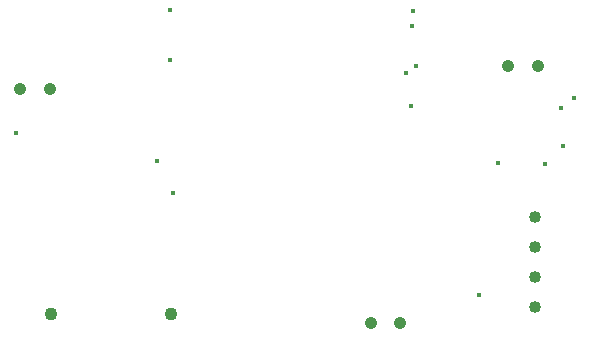
<source format=gbr>
%TF.GenerationSoftware,KiCad,Pcbnew,7.0.10*%
%TF.CreationDate,2024-02-20T13:54:58+05:30*%
%TF.ProjectId,TinyDrone,54696e79-4472-46f6-9e65-2e6b69636164,rev?*%
%TF.SameCoordinates,Original*%
%TF.FileFunction,Plated,1,2,PTH,Drill*%
%TF.FilePolarity,Positive*%
%FSLAX46Y46*%
G04 Gerber Fmt 4.6, Leading zero omitted, Abs format (unit mm)*
G04 Created by KiCad (PCBNEW 7.0.10) date 2024-02-20 13:54:58*
%MOMM*%
%LPD*%
G01*
G04 APERTURE LIST*
%TA.AperFunction,ViaDrill*%
%ADD10C,0.400000*%
%TD*%
%TA.AperFunction,ComponentDrill*%
%ADD11C,1.020000*%
%TD*%
%TA.AperFunction,ComponentDrill*%
%ADD12C,1.050000*%
%TD*%
%TA.AperFunction,ComponentDrill*%
%ADD13C,1.100000*%
%TD*%
G04 APERTURE END LIST*
D10*
X81960000Y-84740000D03*
X93850000Y-87080000D03*
X94940000Y-74290000D03*
X94940000Y-78560000D03*
X95180000Y-89750000D03*
X114980000Y-79630000D03*
X115360000Y-82400000D03*
X115430000Y-75680000D03*
X115560000Y-74330000D03*
X115760000Y-78990000D03*
X121150000Y-98450000D03*
X122710000Y-87230000D03*
X126720000Y-87300000D03*
X128050000Y-82600000D03*
X128220000Y-85820000D03*
X129200000Y-81760000D03*
D11*
%TO.C,J5*%
X125850000Y-91810000D03*
X125850000Y-94350000D03*
X125850000Y-96890000D03*
X125850000Y-99430000D03*
D12*
%TO.C,J3*%
X82300000Y-80980000D03*
X84800000Y-80980000D03*
%TO.C,J2*%
X111960000Y-100765000D03*
X114460000Y-100765000D03*
%TO.C,J1*%
X123590000Y-79020000D03*
X126090000Y-79020000D03*
D13*
%TO.C,D1*%
X84910000Y-100050000D03*
X95070000Y-100050000D03*
M02*

</source>
